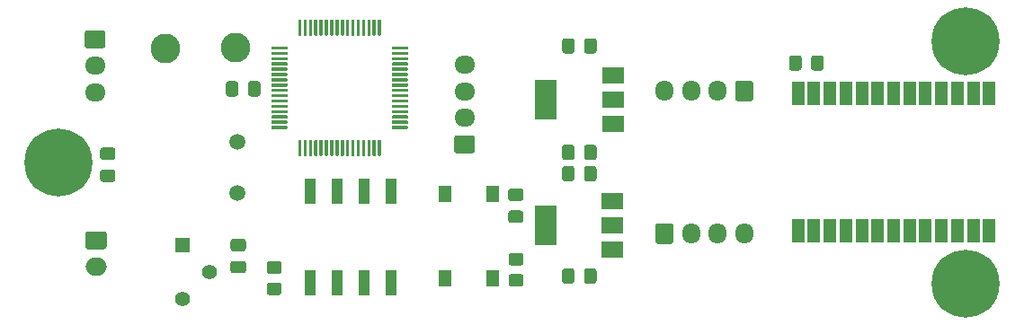
<source format=gbr>
G04 #@! TF.GenerationSoftware,KiCad,Pcbnew,5.1.9*
G04 #@! TF.CreationDate,2021-01-29T13:56:36+08:00*
G04 #@! TF.ProjectId,LaserSwitch-Slave,4c617365-7253-4776-9974-63682d536c61,rev?*
G04 #@! TF.SameCoordinates,Original*
G04 #@! TF.FileFunction,Soldermask,Top*
G04 #@! TF.FilePolarity,Negative*
%FSLAX46Y46*%
G04 Gerber Fmt 4.6, Leading zero omitted, Abs format (unit mm)*
G04 Created by KiCad (PCBNEW 5.1.9) date 2021-01-29 13:56:36*
%MOMM*%
%LPD*%
G01*
G04 APERTURE LIST*
%ADD10C,2.800000*%
%ADD11C,6.400000*%
%ADD12C,1.500000*%
%ADD13R,1.200000X2.200000*%
%ADD14R,2.000000X1.500000*%
%ADD15R,2.000000X3.800000*%
%ADD16R,1.120000X2.440000*%
%ADD17R,1.300000X1.550000*%
%ADD18C,1.400000*%
%ADD19R,1.400000X1.400000*%
%ADD20O,1.700000X1.950000*%
%ADD21O,1.950000X1.700000*%
%ADD22O,2.000000X1.700000*%
G04 APERTURE END LIST*
G04 #@! TO.C,C17*
G36*
G01*
X116070400Y-99774500D02*
X115120400Y-99774500D01*
G75*
G02*
X114870400Y-99524500I0J250000D01*
G01*
X114870400Y-98849500D01*
G75*
G02*
X115120400Y-98599500I250000J0D01*
G01*
X116070400Y-98599500D01*
G75*
G02*
X116320400Y-98849500I0J-250000D01*
G01*
X116320400Y-99524500D01*
G75*
G02*
X116070400Y-99774500I-250000J0D01*
G01*
G37*
G36*
G01*
X116070400Y-101849500D02*
X115120400Y-101849500D01*
G75*
G02*
X114870400Y-101599500I0J250000D01*
G01*
X114870400Y-100924500D01*
G75*
G02*
X115120400Y-100674500I250000J0D01*
G01*
X116070400Y-100674500D01*
G75*
G02*
X116320400Y-100924500I0J-250000D01*
G01*
X116320400Y-101599500D01*
G75*
G02*
X116070400Y-101849500I-250000J0D01*
G01*
G37*
G04 #@! TD*
D10*
G04 #@! TO.C,TP2*
X121056400Y-89255600D03*
G04 #@! TD*
G04 #@! TO.C,TP1*
X127635000Y-89179400D03*
G04 #@! TD*
G04 #@! TO.C,R5*
G36*
G01*
X130817199Y-111321800D02*
X131717201Y-111321800D01*
G75*
G02*
X131967200Y-111571799I0J-249999D01*
G01*
X131967200Y-112271801D01*
G75*
G02*
X131717201Y-112521800I-249999J0D01*
G01*
X130817199Y-112521800D01*
G75*
G02*
X130567200Y-112271801I0J249999D01*
G01*
X130567200Y-111571799D01*
G75*
G02*
X130817199Y-111321800I249999J0D01*
G01*
G37*
G36*
G01*
X130817199Y-109321800D02*
X131717201Y-109321800D01*
G75*
G02*
X131967200Y-109571799I0J-249999D01*
G01*
X131967200Y-110271801D01*
G75*
G02*
X131717201Y-110521800I-249999J0D01*
G01*
X130817199Y-110521800D01*
G75*
G02*
X130567200Y-110271801I0J249999D01*
G01*
X130567200Y-109571799D01*
G75*
G02*
X130817199Y-109321800I249999J0D01*
G01*
G37*
G04 #@! TD*
D11*
G04 #@! TO.C,H3*
X196418200Y-111404400D03*
G04 #@! TD*
G04 #@! TO.C,H2*
X196418200Y-88569800D03*
G04 #@! TD*
G04 #@! TO.C,H1*
X110947200Y-100000000D03*
G04 #@! TD*
D12*
G04 #@! TO.C,Y1*
X127838200Y-102924000D03*
X127838200Y-98044000D03*
G04 #@! TD*
G04 #@! TO.C,U6*
G36*
G01*
X132464400Y-96864000D02*
X131064400Y-96864000D01*
G75*
G02*
X130989400Y-96789000I0J75000D01*
G01*
X130989400Y-96639000D01*
G75*
G02*
X131064400Y-96564000I75000J0D01*
G01*
X132464400Y-96564000D01*
G75*
G02*
X132539400Y-96639000I0J-75000D01*
G01*
X132539400Y-96789000D01*
G75*
G02*
X132464400Y-96864000I-75000J0D01*
G01*
G37*
G36*
G01*
X132464400Y-96364000D02*
X131064400Y-96364000D01*
G75*
G02*
X130989400Y-96289000I0J75000D01*
G01*
X130989400Y-96139000D01*
G75*
G02*
X131064400Y-96064000I75000J0D01*
G01*
X132464400Y-96064000D01*
G75*
G02*
X132539400Y-96139000I0J-75000D01*
G01*
X132539400Y-96289000D01*
G75*
G02*
X132464400Y-96364000I-75000J0D01*
G01*
G37*
G36*
G01*
X132464400Y-95864000D02*
X131064400Y-95864000D01*
G75*
G02*
X130989400Y-95789000I0J75000D01*
G01*
X130989400Y-95639000D01*
G75*
G02*
X131064400Y-95564000I75000J0D01*
G01*
X132464400Y-95564000D01*
G75*
G02*
X132539400Y-95639000I0J-75000D01*
G01*
X132539400Y-95789000D01*
G75*
G02*
X132464400Y-95864000I-75000J0D01*
G01*
G37*
G36*
G01*
X132464400Y-95364000D02*
X131064400Y-95364000D01*
G75*
G02*
X130989400Y-95289000I0J75000D01*
G01*
X130989400Y-95139000D01*
G75*
G02*
X131064400Y-95064000I75000J0D01*
G01*
X132464400Y-95064000D01*
G75*
G02*
X132539400Y-95139000I0J-75000D01*
G01*
X132539400Y-95289000D01*
G75*
G02*
X132464400Y-95364000I-75000J0D01*
G01*
G37*
G36*
G01*
X132464400Y-94864000D02*
X131064400Y-94864000D01*
G75*
G02*
X130989400Y-94789000I0J75000D01*
G01*
X130989400Y-94639000D01*
G75*
G02*
X131064400Y-94564000I75000J0D01*
G01*
X132464400Y-94564000D01*
G75*
G02*
X132539400Y-94639000I0J-75000D01*
G01*
X132539400Y-94789000D01*
G75*
G02*
X132464400Y-94864000I-75000J0D01*
G01*
G37*
G36*
G01*
X132464400Y-94364000D02*
X131064400Y-94364000D01*
G75*
G02*
X130989400Y-94289000I0J75000D01*
G01*
X130989400Y-94139000D01*
G75*
G02*
X131064400Y-94064000I75000J0D01*
G01*
X132464400Y-94064000D01*
G75*
G02*
X132539400Y-94139000I0J-75000D01*
G01*
X132539400Y-94289000D01*
G75*
G02*
X132464400Y-94364000I-75000J0D01*
G01*
G37*
G36*
G01*
X132464400Y-93864000D02*
X131064400Y-93864000D01*
G75*
G02*
X130989400Y-93789000I0J75000D01*
G01*
X130989400Y-93639000D01*
G75*
G02*
X131064400Y-93564000I75000J0D01*
G01*
X132464400Y-93564000D01*
G75*
G02*
X132539400Y-93639000I0J-75000D01*
G01*
X132539400Y-93789000D01*
G75*
G02*
X132464400Y-93864000I-75000J0D01*
G01*
G37*
G36*
G01*
X132464400Y-93364000D02*
X131064400Y-93364000D01*
G75*
G02*
X130989400Y-93289000I0J75000D01*
G01*
X130989400Y-93139000D01*
G75*
G02*
X131064400Y-93064000I75000J0D01*
G01*
X132464400Y-93064000D01*
G75*
G02*
X132539400Y-93139000I0J-75000D01*
G01*
X132539400Y-93289000D01*
G75*
G02*
X132464400Y-93364000I-75000J0D01*
G01*
G37*
G36*
G01*
X132464400Y-92864000D02*
X131064400Y-92864000D01*
G75*
G02*
X130989400Y-92789000I0J75000D01*
G01*
X130989400Y-92639000D01*
G75*
G02*
X131064400Y-92564000I75000J0D01*
G01*
X132464400Y-92564000D01*
G75*
G02*
X132539400Y-92639000I0J-75000D01*
G01*
X132539400Y-92789000D01*
G75*
G02*
X132464400Y-92864000I-75000J0D01*
G01*
G37*
G36*
G01*
X132464400Y-92364000D02*
X131064400Y-92364000D01*
G75*
G02*
X130989400Y-92289000I0J75000D01*
G01*
X130989400Y-92139000D01*
G75*
G02*
X131064400Y-92064000I75000J0D01*
G01*
X132464400Y-92064000D01*
G75*
G02*
X132539400Y-92139000I0J-75000D01*
G01*
X132539400Y-92289000D01*
G75*
G02*
X132464400Y-92364000I-75000J0D01*
G01*
G37*
G36*
G01*
X132464400Y-91864000D02*
X131064400Y-91864000D01*
G75*
G02*
X130989400Y-91789000I0J75000D01*
G01*
X130989400Y-91639000D01*
G75*
G02*
X131064400Y-91564000I75000J0D01*
G01*
X132464400Y-91564000D01*
G75*
G02*
X132539400Y-91639000I0J-75000D01*
G01*
X132539400Y-91789000D01*
G75*
G02*
X132464400Y-91864000I-75000J0D01*
G01*
G37*
G36*
G01*
X132464400Y-91364000D02*
X131064400Y-91364000D01*
G75*
G02*
X130989400Y-91289000I0J75000D01*
G01*
X130989400Y-91139000D01*
G75*
G02*
X131064400Y-91064000I75000J0D01*
G01*
X132464400Y-91064000D01*
G75*
G02*
X132539400Y-91139000I0J-75000D01*
G01*
X132539400Y-91289000D01*
G75*
G02*
X132464400Y-91364000I-75000J0D01*
G01*
G37*
G36*
G01*
X132464400Y-90864000D02*
X131064400Y-90864000D01*
G75*
G02*
X130989400Y-90789000I0J75000D01*
G01*
X130989400Y-90639000D01*
G75*
G02*
X131064400Y-90564000I75000J0D01*
G01*
X132464400Y-90564000D01*
G75*
G02*
X132539400Y-90639000I0J-75000D01*
G01*
X132539400Y-90789000D01*
G75*
G02*
X132464400Y-90864000I-75000J0D01*
G01*
G37*
G36*
G01*
X132464400Y-90364000D02*
X131064400Y-90364000D01*
G75*
G02*
X130989400Y-90289000I0J75000D01*
G01*
X130989400Y-90139000D01*
G75*
G02*
X131064400Y-90064000I75000J0D01*
G01*
X132464400Y-90064000D01*
G75*
G02*
X132539400Y-90139000I0J-75000D01*
G01*
X132539400Y-90289000D01*
G75*
G02*
X132464400Y-90364000I-75000J0D01*
G01*
G37*
G36*
G01*
X132464400Y-89864000D02*
X131064400Y-89864000D01*
G75*
G02*
X130989400Y-89789000I0J75000D01*
G01*
X130989400Y-89639000D01*
G75*
G02*
X131064400Y-89564000I75000J0D01*
G01*
X132464400Y-89564000D01*
G75*
G02*
X132539400Y-89639000I0J-75000D01*
G01*
X132539400Y-89789000D01*
G75*
G02*
X132464400Y-89864000I-75000J0D01*
G01*
G37*
G36*
G01*
X132464400Y-89364000D02*
X131064400Y-89364000D01*
G75*
G02*
X130989400Y-89289000I0J75000D01*
G01*
X130989400Y-89139000D01*
G75*
G02*
X131064400Y-89064000I75000J0D01*
G01*
X132464400Y-89064000D01*
G75*
G02*
X132539400Y-89139000I0J-75000D01*
G01*
X132539400Y-89289000D01*
G75*
G02*
X132464400Y-89364000I-75000J0D01*
G01*
G37*
G36*
G01*
X133764400Y-88064000D02*
X133614400Y-88064000D01*
G75*
G02*
X133539400Y-87989000I0J75000D01*
G01*
X133539400Y-86589000D01*
G75*
G02*
X133614400Y-86514000I75000J0D01*
G01*
X133764400Y-86514000D01*
G75*
G02*
X133839400Y-86589000I0J-75000D01*
G01*
X133839400Y-87989000D01*
G75*
G02*
X133764400Y-88064000I-75000J0D01*
G01*
G37*
G36*
G01*
X134264400Y-88064000D02*
X134114400Y-88064000D01*
G75*
G02*
X134039400Y-87989000I0J75000D01*
G01*
X134039400Y-86589000D01*
G75*
G02*
X134114400Y-86514000I75000J0D01*
G01*
X134264400Y-86514000D01*
G75*
G02*
X134339400Y-86589000I0J-75000D01*
G01*
X134339400Y-87989000D01*
G75*
G02*
X134264400Y-88064000I-75000J0D01*
G01*
G37*
G36*
G01*
X134764400Y-88064000D02*
X134614400Y-88064000D01*
G75*
G02*
X134539400Y-87989000I0J75000D01*
G01*
X134539400Y-86589000D01*
G75*
G02*
X134614400Y-86514000I75000J0D01*
G01*
X134764400Y-86514000D01*
G75*
G02*
X134839400Y-86589000I0J-75000D01*
G01*
X134839400Y-87989000D01*
G75*
G02*
X134764400Y-88064000I-75000J0D01*
G01*
G37*
G36*
G01*
X135264400Y-88064000D02*
X135114400Y-88064000D01*
G75*
G02*
X135039400Y-87989000I0J75000D01*
G01*
X135039400Y-86589000D01*
G75*
G02*
X135114400Y-86514000I75000J0D01*
G01*
X135264400Y-86514000D01*
G75*
G02*
X135339400Y-86589000I0J-75000D01*
G01*
X135339400Y-87989000D01*
G75*
G02*
X135264400Y-88064000I-75000J0D01*
G01*
G37*
G36*
G01*
X135764400Y-88064000D02*
X135614400Y-88064000D01*
G75*
G02*
X135539400Y-87989000I0J75000D01*
G01*
X135539400Y-86589000D01*
G75*
G02*
X135614400Y-86514000I75000J0D01*
G01*
X135764400Y-86514000D01*
G75*
G02*
X135839400Y-86589000I0J-75000D01*
G01*
X135839400Y-87989000D01*
G75*
G02*
X135764400Y-88064000I-75000J0D01*
G01*
G37*
G36*
G01*
X136264400Y-88064000D02*
X136114400Y-88064000D01*
G75*
G02*
X136039400Y-87989000I0J75000D01*
G01*
X136039400Y-86589000D01*
G75*
G02*
X136114400Y-86514000I75000J0D01*
G01*
X136264400Y-86514000D01*
G75*
G02*
X136339400Y-86589000I0J-75000D01*
G01*
X136339400Y-87989000D01*
G75*
G02*
X136264400Y-88064000I-75000J0D01*
G01*
G37*
G36*
G01*
X136764400Y-88064000D02*
X136614400Y-88064000D01*
G75*
G02*
X136539400Y-87989000I0J75000D01*
G01*
X136539400Y-86589000D01*
G75*
G02*
X136614400Y-86514000I75000J0D01*
G01*
X136764400Y-86514000D01*
G75*
G02*
X136839400Y-86589000I0J-75000D01*
G01*
X136839400Y-87989000D01*
G75*
G02*
X136764400Y-88064000I-75000J0D01*
G01*
G37*
G36*
G01*
X137264400Y-88064000D02*
X137114400Y-88064000D01*
G75*
G02*
X137039400Y-87989000I0J75000D01*
G01*
X137039400Y-86589000D01*
G75*
G02*
X137114400Y-86514000I75000J0D01*
G01*
X137264400Y-86514000D01*
G75*
G02*
X137339400Y-86589000I0J-75000D01*
G01*
X137339400Y-87989000D01*
G75*
G02*
X137264400Y-88064000I-75000J0D01*
G01*
G37*
G36*
G01*
X137764400Y-88064000D02*
X137614400Y-88064000D01*
G75*
G02*
X137539400Y-87989000I0J75000D01*
G01*
X137539400Y-86589000D01*
G75*
G02*
X137614400Y-86514000I75000J0D01*
G01*
X137764400Y-86514000D01*
G75*
G02*
X137839400Y-86589000I0J-75000D01*
G01*
X137839400Y-87989000D01*
G75*
G02*
X137764400Y-88064000I-75000J0D01*
G01*
G37*
G36*
G01*
X138264400Y-88064000D02*
X138114400Y-88064000D01*
G75*
G02*
X138039400Y-87989000I0J75000D01*
G01*
X138039400Y-86589000D01*
G75*
G02*
X138114400Y-86514000I75000J0D01*
G01*
X138264400Y-86514000D01*
G75*
G02*
X138339400Y-86589000I0J-75000D01*
G01*
X138339400Y-87989000D01*
G75*
G02*
X138264400Y-88064000I-75000J0D01*
G01*
G37*
G36*
G01*
X138764400Y-88064000D02*
X138614400Y-88064000D01*
G75*
G02*
X138539400Y-87989000I0J75000D01*
G01*
X138539400Y-86589000D01*
G75*
G02*
X138614400Y-86514000I75000J0D01*
G01*
X138764400Y-86514000D01*
G75*
G02*
X138839400Y-86589000I0J-75000D01*
G01*
X138839400Y-87989000D01*
G75*
G02*
X138764400Y-88064000I-75000J0D01*
G01*
G37*
G36*
G01*
X139264400Y-88064000D02*
X139114400Y-88064000D01*
G75*
G02*
X139039400Y-87989000I0J75000D01*
G01*
X139039400Y-86589000D01*
G75*
G02*
X139114400Y-86514000I75000J0D01*
G01*
X139264400Y-86514000D01*
G75*
G02*
X139339400Y-86589000I0J-75000D01*
G01*
X139339400Y-87989000D01*
G75*
G02*
X139264400Y-88064000I-75000J0D01*
G01*
G37*
G36*
G01*
X139764400Y-88064000D02*
X139614400Y-88064000D01*
G75*
G02*
X139539400Y-87989000I0J75000D01*
G01*
X139539400Y-86589000D01*
G75*
G02*
X139614400Y-86514000I75000J0D01*
G01*
X139764400Y-86514000D01*
G75*
G02*
X139839400Y-86589000I0J-75000D01*
G01*
X139839400Y-87989000D01*
G75*
G02*
X139764400Y-88064000I-75000J0D01*
G01*
G37*
G36*
G01*
X140264400Y-88064000D02*
X140114400Y-88064000D01*
G75*
G02*
X140039400Y-87989000I0J75000D01*
G01*
X140039400Y-86589000D01*
G75*
G02*
X140114400Y-86514000I75000J0D01*
G01*
X140264400Y-86514000D01*
G75*
G02*
X140339400Y-86589000I0J-75000D01*
G01*
X140339400Y-87989000D01*
G75*
G02*
X140264400Y-88064000I-75000J0D01*
G01*
G37*
G36*
G01*
X140764400Y-88064000D02*
X140614400Y-88064000D01*
G75*
G02*
X140539400Y-87989000I0J75000D01*
G01*
X140539400Y-86589000D01*
G75*
G02*
X140614400Y-86514000I75000J0D01*
G01*
X140764400Y-86514000D01*
G75*
G02*
X140839400Y-86589000I0J-75000D01*
G01*
X140839400Y-87989000D01*
G75*
G02*
X140764400Y-88064000I-75000J0D01*
G01*
G37*
G36*
G01*
X141264400Y-88064000D02*
X141114400Y-88064000D01*
G75*
G02*
X141039400Y-87989000I0J75000D01*
G01*
X141039400Y-86589000D01*
G75*
G02*
X141114400Y-86514000I75000J0D01*
G01*
X141264400Y-86514000D01*
G75*
G02*
X141339400Y-86589000I0J-75000D01*
G01*
X141339400Y-87989000D01*
G75*
G02*
X141264400Y-88064000I-75000J0D01*
G01*
G37*
G36*
G01*
X143814400Y-89364000D02*
X142414400Y-89364000D01*
G75*
G02*
X142339400Y-89289000I0J75000D01*
G01*
X142339400Y-89139000D01*
G75*
G02*
X142414400Y-89064000I75000J0D01*
G01*
X143814400Y-89064000D01*
G75*
G02*
X143889400Y-89139000I0J-75000D01*
G01*
X143889400Y-89289000D01*
G75*
G02*
X143814400Y-89364000I-75000J0D01*
G01*
G37*
G36*
G01*
X143814400Y-89864000D02*
X142414400Y-89864000D01*
G75*
G02*
X142339400Y-89789000I0J75000D01*
G01*
X142339400Y-89639000D01*
G75*
G02*
X142414400Y-89564000I75000J0D01*
G01*
X143814400Y-89564000D01*
G75*
G02*
X143889400Y-89639000I0J-75000D01*
G01*
X143889400Y-89789000D01*
G75*
G02*
X143814400Y-89864000I-75000J0D01*
G01*
G37*
G36*
G01*
X143814400Y-90364000D02*
X142414400Y-90364000D01*
G75*
G02*
X142339400Y-90289000I0J75000D01*
G01*
X142339400Y-90139000D01*
G75*
G02*
X142414400Y-90064000I75000J0D01*
G01*
X143814400Y-90064000D01*
G75*
G02*
X143889400Y-90139000I0J-75000D01*
G01*
X143889400Y-90289000D01*
G75*
G02*
X143814400Y-90364000I-75000J0D01*
G01*
G37*
G36*
G01*
X143814400Y-90864000D02*
X142414400Y-90864000D01*
G75*
G02*
X142339400Y-90789000I0J75000D01*
G01*
X142339400Y-90639000D01*
G75*
G02*
X142414400Y-90564000I75000J0D01*
G01*
X143814400Y-90564000D01*
G75*
G02*
X143889400Y-90639000I0J-75000D01*
G01*
X143889400Y-90789000D01*
G75*
G02*
X143814400Y-90864000I-75000J0D01*
G01*
G37*
G36*
G01*
X143814400Y-91364000D02*
X142414400Y-91364000D01*
G75*
G02*
X142339400Y-91289000I0J75000D01*
G01*
X142339400Y-91139000D01*
G75*
G02*
X142414400Y-91064000I75000J0D01*
G01*
X143814400Y-91064000D01*
G75*
G02*
X143889400Y-91139000I0J-75000D01*
G01*
X143889400Y-91289000D01*
G75*
G02*
X143814400Y-91364000I-75000J0D01*
G01*
G37*
G36*
G01*
X143814400Y-91864000D02*
X142414400Y-91864000D01*
G75*
G02*
X142339400Y-91789000I0J75000D01*
G01*
X142339400Y-91639000D01*
G75*
G02*
X142414400Y-91564000I75000J0D01*
G01*
X143814400Y-91564000D01*
G75*
G02*
X143889400Y-91639000I0J-75000D01*
G01*
X143889400Y-91789000D01*
G75*
G02*
X143814400Y-91864000I-75000J0D01*
G01*
G37*
G36*
G01*
X143814400Y-92364000D02*
X142414400Y-92364000D01*
G75*
G02*
X142339400Y-92289000I0J75000D01*
G01*
X142339400Y-92139000D01*
G75*
G02*
X142414400Y-92064000I75000J0D01*
G01*
X143814400Y-92064000D01*
G75*
G02*
X143889400Y-92139000I0J-75000D01*
G01*
X143889400Y-92289000D01*
G75*
G02*
X143814400Y-92364000I-75000J0D01*
G01*
G37*
G36*
G01*
X143814400Y-92864000D02*
X142414400Y-92864000D01*
G75*
G02*
X142339400Y-92789000I0J75000D01*
G01*
X142339400Y-92639000D01*
G75*
G02*
X142414400Y-92564000I75000J0D01*
G01*
X143814400Y-92564000D01*
G75*
G02*
X143889400Y-92639000I0J-75000D01*
G01*
X143889400Y-92789000D01*
G75*
G02*
X143814400Y-92864000I-75000J0D01*
G01*
G37*
G36*
G01*
X143814400Y-93364000D02*
X142414400Y-93364000D01*
G75*
G02*
X142339400Y-93289000I0J75000D01*
G01*
X142339400Y-93139000D01*
G75*
G02*
X142414400Y-93064000I75000J0D01*
G01*
X143814400Y-93064000D01*
G75*
G02*
X143889400Y-93139000I0J-75000D01*
G01*
X143889400Y-93289000D01*
G75*
G02*
X143814400Y-93364000I-75000J0D01*
G01*
G37*
G36*
G01*
X143814400Y-93864000D02*
X142414400Y-93864000D01*
G75*
G02*
X142339400Y-93789000I0J75000D01*
G01*
X142339400Y-93639000D01*
G75*
G02*
X142414400Y-93564000I75000J0D01*
G01*
X143814400Y-93564000D01*
G75*
G02*
X143889400Y-93639000I0J-75000D01*
G01*
X143889400Y-93789000D01*
G75*
G02*
X143814400Y-93864000I-75000J0D01*
G01*
G37*
G36*
G01*
X143814400Y-94364000D02*
X142414400Y-94364000D01*
G75*
G02*
X142339400Y-94289000I0J75000D01*
G01*
X142339400Y-94139000D01*
G75*
G02*
X142414400Y-94064000I75000J0D01*
G01*
X143814400Y-94064000D01*
G75*
G02*
X143889400Y-94139000I0J-75000D01*
G01*
X143889400Y-94289000D01*
G75*
G02*
X143814400Y-94364000I-75000J0D01*
G01*
G37*
G36*
G01*
X143814400Y-94864000D02*
X142414400Y-94864000D01*
G75*
G02*
X142339400Y-94789000I0J75000D01*
G01*
X142339400Y-94639000D01*
G75*
G02*
X142414400Y-94564000I75000J0D01*
G01*
X143814400Y-94564000D01*
G75*
G02*
X143889400Y-94639000I0J-75000D01*
G01*
X143889400Y-94789000D01*
G75*
G02*
X143814400Y-94864000I-75000J0D01*
G01*
G37*
G36*
G01*
X143814400Y-95364000D02*
X142414400Y-95364000D01*
G75*
G02*
X142339400Y-95289000I0J75000D01*
G01*
X142339400Y-95139000D01*
G75*
G02*
X142414400Y-95064000I75000J0D01*
G01*
X143814400Y-95064000D01*
G75*
G02*
X143889400Y-95139000I0J-75000D01*
G01*
X143889400Y-95289000D01*
G75*
G02*
X143814400Y-95364000I-75000J0D01*
G01*
G37*
G36*
G01*
X143814400Y-95864000D02*
X142414400Y-95864000D01*
G75*
G02*
X142339400Y-95789000I0J75000D01*
G01*
X142339400Y-95639000D01*
G75*
G02*
X142414400Y-95564000I75000J0D01*
G01*
X143814400Y-95564000D01*
G75*
G02*
X143889400Y-95639000I0J-75000D01*
G01*
X143889400Y-95789000D01*
G75*
G02*
X143814400Y-95864000I-75000J0D01*
G01*
G37*
G36*
G01*
X143814400Y-96364000D02*
X142414400Y-96364000D01*
G75*
G02*
X142339400Y-96289000I0J75000D01*
G01*
X142339400Y-96139000D01*
G75*
G02*
X142414400Y-96064000I75000J0D01*
G01*
X143814400Y-96064000D01*
G75*
G02*
X143889400Y-96139000I0J-75000D01*
G01*
X143889400Y-96289000D01*
G75*
G02*
X143814400Y-96364000I-75000J0D01*
G01*
G37*
G36*
G01*
X143814400Y-96864000D02*
X142414400Y-96864000D01*
G75*
G02*
X142339400Y-96789000I0J75000D01*
G01*
X142339400Y-96639000D01*
G75*
G02*
X142414400Y-96564000I75000J0D01*
G01*
X143814400Y-96564000D01*
G75*
G02*
X143889400Y-96639000I0J-75000D01*
G01*
X143889400Y-96789000D01*
G75*
G02*
X143814400Y-96864000I-75000J0D01*
G01*
G37*
G36*
G01*
X141264400Y-99414000D02*
X141114400Y-99414000D01*
G75*
G02*
X141039400Y-99339000I0J75000D01*
G01*
X141039400Y-97939000D01*
G75*
G02*
X141114400Y-97864000I75000J0D01*
G01*
X141264400Y-97864000D01*
G75*
G02*
X141339400Y-97939000I0J-75000D01*
G01*
X141339400Y-99339000D01*
G75*
G02*
X141264400Y-99414000I-75000J0D01*
G01*
G37*
G36*
G01*
X140764400Y-99414000D02*
X140614400Y-99414000D01*
G75*
G02*
X140539400Y-99339000I0J75000D01*
G01*
X140539400Y-97939000D01*
G75*
G02*
X140614400Y-97864000I75000J0D01*
G01*
X140764400Y-97864000D01*
G75*
G02*
X140839400Y-97939000I0J-75000D01*
G01*
X140839400Y-99339000D01*
G75*
G02*
X140764400Y-99414000I-75000J0D01*
G01*
G37*
G36*
G01*
X140264400Y-99414000D02*
X140114400Y-99414000D01*
G75*
G02*
X140039400Y-99339000I0J75000D01*
G01*
X140039400Y-97939000D01*
G75*
G02*
X140114400Y-97864000I75000J0D01*
G01*
X140264400Y-97864000D01*
G75*
G02*
X140339400Y-97939000I0J-75000D01*
G01*
X140339400Y-99339000D01*
G75*
G02*
X140264400Y-99414000I-75000J0D01*
G01*
G37*
G36*
G01*
X139764400Y-99414000D02*
X139614400Y-99414000D01*
G75*
G02*
X139539400Y-99339000I0J75000D01*
G01*
X139539400Y-97939000D01*
G75*
G02*
X139614400Y-97864000I75000J0D01*
G01*
X139764400Y-97864000D01*
G75*
G02*
X139839400Y-97939000I0J-75000D01*
G01*
X139839400Y-99339000D01*
G75*
G02*
X139764400Y-99414000I-75000J0D01*
G01*
G37*
G36*
G01*
X139264400Y-99414000D02*
X139114400Y-99414000D01*
G75*
G02*
X139039400Y-99339000I0J75000D01*
G01*
X139039400Y-97939000D01*
G75*
G02*
X139114400Y-97864000I75000J0D01*
G01*
X139264400Y-97864000D01*
G75*
G02*
X139339400Y-97939000I0J-75000D01*
G01*
X139339400Y-99339000D01*
G75*
G02*
X139264400Y-99414000I-75000J0D01*
G01*
G37*
G36*
G01*
X138764400Y-99414000D02*
X138614400Y-99414000D01*
G75*
G02*
X138539400Y-99339000I0J75000D01*
G01*
X138539400Y-97939000D01*
G75*
G02*
X138614400Y-97864000I75000J0D01*
G01*
X138764400Y-97864000D01*
G75*
G02*
X138839400Y-97939000I0J-75000D01*
G01*
X138839400Y-99339000D01*
G75*
G02*
X138764400Y-99414000I-75000J0D01*
G01*
G37*
G36*
G01*
X138264400Y-99414000D02*
X138114400Y-99414000D01*
G75*
G02*
X138039400Y-99339000I0J75000D01*
G01*
X138039400Y-97939000D01*
G75*
G02*
X138114400Y-97864000I75000J0D01*
G01*
X138264400Y-97864000D01*
G75*
G02*
X138339400Y-97939000I0J-75000D01*
G01*
X138339400Y-99339000D01*
G75*
G02*
X138264400Y-99414000I-75000J0D01*
G01*
G37*
G36*
G01*
X137764400Y-99414000D02*
X137614400Y-99414000D01*
G75*
G02*
X137539400Y-99339000I0J75000D01*
G01*
X137539400Y-97939000D01*
G75*
G02*
X137614400Y-97864000I75000J0D01*
G01*
X137764400Y-97864000D01*
G75*
G02*
X137839400Y-97939000I0J-75000D01*
G01*
X137839400Y-99339000D01*
G75*
G02*
X137764400Y-99414000I-75000J0D01*
G01*
G37*
G36*
G01*
X137264400Y-99414000D02*
X137114400Y-99414000D01*
G75*
G02*
X137039400Y-99339000I0J75000D01*
G01*
X137039400Y-97939000D01*
G75*
G02*
X137114400Y-97864000I75000J0D01*
G01*
X137264400Y-97864000D01*
G75*
G02*
X137339400Y-97939000I0J-75000D01*
G01*
X137339400Y-99339000D01*
G75*
G02*
X137264400Y-99414000I-75000J0D01*
G01*
G37*
G36*
G01*
X136764400Y-99414000D02*
X136614400Y-99414000D01*
G75*
G02*
X136539400Y-99339000I0J75000D01*
G01*
X136539400Y-97939000D01*
G75*
G02*
X136614400Y-97864000I75000J0D01*
G01*
X136764400Y-97864000D01*
G75*
G02*
X136839400Y-97939000I0J-75000D01*
G01*
X136839400Y-99339000D01*
G75*
G02*
X136764400Y-99414000I-75000J0D01*
G01*
G37*
G36*
G01*
X136264400Y-99414000D02*
X136114400Y-99414000D01*
G75*
G02*
X136039400Y-99339000I0J75000D01*
G01*
X136039400Y-97939000D01*
G75*
G02*
X136114400Y-97864000I75000J0D01*
G01*
X136264400Y-97864000D01*
G75*
G02*
X136339400Y-97939000I0J-75000D01*
G01*
X136339400Y-99339000D01*
G75*
G02*
X136264400Y-99414000I-75000J0D01*
G01*
G37*
G36*
G01*
X135764400Y-99414000D02*
X135614400Y-99414000D01*
G75*
G02*
X135539400Y-99339000I0J75000D01*
G01*
X135539400Y-97939000D01*
G75*
G02*
X135614400Y-97864000I75000J0D01*
G01*
X135764400Y-97864000D01*
G75*
G02*
X135839400Y-97939000I0J-75000D01*
G01*
X135839400Y-99339000D01*
G75*
G02*
X135764400Y-99414000I-75000J0D01*
G01*
G37*
G36*
G01*
X135264400Y-99414000D02*
X135114400Y-99414000D01*
G75*
G02*
X135039400Y-99339000I0J75000D01*
G01*
X135039400Y-97939000D01*
G75*
G02*
X135114400Y-97864000I75000J0D01*
G01*
X135264400Y-97864000D01*
G75*
G02*
X135339400Y-97939000I0J-75000D01*
G01*
X135339400Y-99339000D01*
G75*
G02*
X135264400Y-99414000I-75000J0D01*
G01*
G37*
G36*
G01*
X134764400Y-99414000D02*
X134614400Y-99414000D01*
G75*
G02*
X134539400Y-99339000I0J75000D01*
G01*
X134539400Y-97939000D01*
G75*
G02*
X134614400Y-97864000I75000J0D01*
G01*
X134764400Y-97864000D01*
G75*
G02*
X134839400Y-97939000I0J-75000D01*
G01*
X134839400Y-99339000D01*
G75*
G02*
X134764400Y-99414000I-75000J0D01*
G01*
G37*
G36*
G01*
X134264400Y-99414000D02*
X134114400Y-99414000D01*
G75*
G02*
X134039400Y-99339000I0J75000D01*
G01*
X134039400Y-97939000D01*
G75*
G02*
X134114400Y-97864000I75000J0D01*
G01*
X134264400Y-97864000D01*
G75*
G02*
X134339400Y-97939000I0J-75000D01*
G01*
X134339400Y-99339000D01*
G75*
G02*
X134264400Y-99414000I-75000J0D01*
G01*
G37*
G36*
G01*
X133764400Y-99414000D02*
X133614400Y-99414000D01*
G75*
G02*
X133539400Y-99339000I0J75000D01*
G01*
X133539400Y-97939000D01*
G75*
G02*
X133614400Y-97864000I75000J0D01*
G01*
X133764400Y-97864000D01*
G75*
G02*
X133839400Y-97939000I0J-75000D01*
G01*
X133839400Y-99339000D01*
G75*
G02*
X133764400Y-99414000I-75000J0D01*
G01*
G37*
G04 #@! TD*
D13*
G04 #@! TO.C,U5*
X180611000Y-93461700D03*
X180611000Y-106461700D03*
X182111000Y-93461700D03*
X182111000Y-106461700D03*
X183611000Y-93461700D03*
X183611000Y-106461700D03*
X185111000Y-93461700D03*
X185111000Y-106461700D03*
X186611000Y-93461700D03*
X186611000Y-106461700D03*
X188111000Y-93461700D03*
X188111000Y-106461700D03*
X189611000Y-93461700D03*
X189611000Y-106461700D03*
X191111000Y-93461700D03*
X191111000Y-106461700D03*
X192611000Y-93461700D03*
X192611000Y-106461700D03*
X194111000Y-93461700D03*
X194111000Y-106461700D03*
X195611000Y-93461700D03*
X195611000Y-106461700D03*
X197111000Y-93461700D03*
X197111000Y-106461700D03*
X198611000Y-93461700D03*
X198611000Y-106461700D03*
G04 #@! TD*
D14*
G04 #@! TO.C,U3*
X163106500Y-108218000D03*
X163106500Y-103618000D03*
X163106500Y-105918000D03*
D15*
X156806500Y-105918000D03*
G04 #@! TD*
D14*
G04 #@! TO.C,U1*
X163157300Y-96368900D03*
X163157300Y-91768900D03*
X163157300Y-94068900D03*
D15*
X156857300Y-94068900D03*
G04 #@! TD*
D16*
G04 #@! TO.C,SW2*
X134696200Y-102730600D03*
X142316200Y-111340600D03*
X137236200Y-102730600D03*
X139776200Y-111340600D03*
X139776200Y-102730600D03*
X137236200Y-111340600D03*
X142316200Y-102730600D03*
X134696200Y-111340600D03*
G04 #@! TD*
D17*
G04 #@! TO.C,SW1*
X151856000Y-102979400D03*
X147356000Y-102979400D03*
X147356000Y-110939400D03*
X151856000Y-110939400D03*
G04 #@! TD*
D18*
G04 #@! TO.C,RV1*
X125196600Y-110312200D03*
X122656600Y-112852200D03*
D19*
X122656600Y-107772200D03*
G04 #@! TD*
G04 #@! TO.C,R2*
G36*
G01*
X154501001Y-109734400D02*
X153600999Y-109734400D01*
G75*
G02*
X153351000Y-109484401I0J249999D01*
G01*
X153351000Y-108784399D01*
G75*
G02*
X153600999Y-108534400I249999J0D01*
G01*
X154501001Y-108534400D01*
G75*
G02*
X154751000Y-108784399I0J-249999D01*
G01*
X154751000Y-109484401D01*
G75*
G02*
X154501001Y-109734400I-249999J0D01*
G01*
G37*
G36*
G01*
X154501001Y-111734400D02*
X153600999Y-111734400D01*
G75*
G02*
X153351000Y-111484401I0J249999D01*
G01*
X153351000Y-110784399D01*
G75*
G02*
X153600999Y-110534400I249999J0D01*
G01*
X154501001Y-110534400D01*
G75*
G02*
X154751000Y-110784399I0J-249999D01*
G01*
X154751000Y-111484401D01*
G75*
G02*
X154501001Y-111734400I-249999J0D01*
G01*
G37*
G04 #@! TD*
D20*
G04 #@! TO.C,J4*
X175521000Y-106718000D03*
X173021000Y-106718000D03*
X170521000Y-106718000D03*
G36*
G01*
X167171000Y-107443000D02*
X167171000Y-105993000D01*
G75*
G02*
X167421000Y-105743000I250000J0D01*
G01*
X168621000Y-105743000D01*
G75*
G02*
X168871000Y-105993000I0J-250000D01*
G01*
X168871000Y-107443000D01*
G75*
G02*
X168621000Y-107693000I-250000J0D01*
G01*
X167421000Y-107693000D01*
G75*
G02*
X167171000Y-107443000I0J250000D01*
G01*
G37*
G04 #@! TD*
D21*
G04 #@! TO.C,J3*
X114401600Y-93392000D03*
X114401600Y-90892000D03*
G36*
G01*
X113676600Y-87542000D02*
X115126600Y-87542000D01*
G75*
G02*
X115376600Y-87792000I0J-250000D01*
G01*
X115376600Y-88992000D01*
G75*
G02*
X115126600Y-89242000I-250000J0D01*
G01*
X113676600Y-89242000D01*
G75*
G02*
X113426600Y-88992000I0J250000D01*
G01*
X113426600Y-87792000D01*
G75*
G02*
X113676600Y-87542000I250000J0D01*
G01*
G37*
G04 #@! TD*
G04 #@! TO.C,J2*
X149199600Y-90798000D03*
X149199600Y-93298000D03*
X149199600Y-95798000D03*
G36*
G01*
X149924600Y-99148000D02*
X148474600Y-99148000D01*
G75*
G02*
X148224600Y-98898000I0J250000D01*
G01*
X148224600Y-97698000D01*
G75*
G02*
X148474600Y-97448000I250000J0D01*
G01*
X149924600Y-97448000D01*
G75*
G02*
X150174600Y-97698000I0J-250000D01*
G01*
X150174600Y-98898000D01*
G75*
G02*
X149924600Y-99148000I-250000J0D01*
G01*
G37*
G04 #@! TD*
D20*
G04 #@! TO.C,J1*
X168033700Y-93268900D03*
X170533700Y-93268900D03*
X173033700Y-93268900D03*
G36*
G01*
X176383700Y-92543900D02*
X176383700Y-93993900D01*
G75*
G02*
X176133700Y-94243900I-250000J0D01*
G01*
X174933700Y-94243900D01*
G75*
G02*
X174683700Y-93993900I0J250000D01*
G01*
X174683700Y-92543900D01*
G75*
G02*
X174933700Y-92293900I250000J0D01*
G01*
X176133700Y-92293900D01*
G75*
G02*
X176383700Y-92543900I0J-250000D01*
G01*
G37*
G04 #@! TD*
D22*
G04 #@! TO.C,D1*
X114490500Y-109853100D03*
G36*
G01*
X113740500Y-106503100D02*
X115240500Y-106503100D01*
G75*
G02*
X115490500Y-106753100I0J-250000D01*
G01*
X115490500Y-107953100D01*
G75*
G02*
X115240500Y-108203100I-250000J0D01*
G01*
X113740500Y-108203100D01*
G75*
G02*
X113490500Y-107953100I0J250000D01*
G01*
X113490500Y-106753100D01*
G75*
G02*
X113740500Y-106503100I250000J0D01*
G01*
G37*
G04 #@! TD*
G04 #@! TO.C,C10*
G36*
G01*
X127414000Y-109289000D02*
X128364000Y-109289000D01*
G75*
G02*
X128614000Y-109539000I0J-250000D01*
G01*
X128614000Y-110214000D01*
G75*
G02*
X128364000Y-110464000I-250000J0D01*
G01*
X127414000Y-110464000D01*
G75*
G02*
X127164000Y-110214000I0J250000D01*
G01*
X127164000Y-109539000D01*
G75*
G02*
X127414000Y-109289000I250000J0D01*
G01*
G37*
G36*
G01*
X127414000Y-107214000D02*
X128364000Y-107214000D01*
G75*
G02*
X128614000Y-107464000I0J-250000D01*
G01*
X128614000Y-108139000D01*
G75*
G02*
X128364000Y-108389000I-250000J0D01*
G01*
X127414000Y-108389000D01*
G75*
G02*
X127164000Y-108139000I0J250000D01*
G01*
X127164000Y-107464000D01*
G75*
G02*
X127414000Y-107214000I250000J0D01*
G01*
G37*
G04 #@! TD*
G04 #@! TO.C,C9*
G36*
G01*
X128796200Y-93540600D02*
X128796200Y-92590600D01*
G75*
G02*
X129046200Y-92340600I250000J0D01*
G01*
X129721200Y-92340600D01*
G75*
G02*
X129971200Y-92590600I0J-250000D01*
G01*
X129971200Y-93540600D01*
G75*
G02*
X129721200Y-93790600I-250000J0D01*
G01*
X129046200Y-93790600D01*
G75*
G02*
X128796200Y-93540600I0J250000D01*
G01*
G37*
G36*
G01*
X126721200Y-93540600D02*
X126721200Y-92590600D01*
G75*
G02*
X126971200Y-92340600I250000J0D01*
G01*
X127646200Y-92340600D01*
G75*
G02*
X127896200Y-92590600I0J-250000D01*
G01*
X127896200Y-93540600D01*
G75*
G02*
X127646200Y-93790600I-250000J0D01*
G01*
X126971200Y-93790600D01*
G75*
G02*
X126721200Y-93540600I0J250000D01*
G01*
G37*
G04 #@! TD*
G04 #@! TO.C,C8*
G36*
G01*
X154500600Y-103639200D02*
X153550600Y-103639200D01*
G75*
G02*
X153300600Y-103389200I0J250000D01*
G01*
X153300600Y-102714200D01*
G75*
G02*
X153550600Y-102464200I250000J0D01*
G01*
X154500600Y-102464200D01*
G75*
G02*
X154750600Y-102714200I0J-250000D01*
G01*
X154750600Y-103389200D01*
G75*
G02*
X154500600Y-103639200I-250000J0D01*
G01*
G37*
G36*
G01*
X154500600Y-105714200D02*
X153550600Y-105714200D01*
G75*
G02*
X153300600Y-105464200I0J250000D01*
G01*
X153300600Y-104789200D01*
G75*
G02*
X153550600Y-104539200I250000J0D01*
G01*
X154500600Y-104539200D01*
G75*
G02*
X154750600Y-104789200I0J-250000D01*
G01*
X154750600Y-105464200D01*
G75*
G02*
X154500600Y-105714200I-250000J0D01*
G01*
G37*
G04 #@! TD*
G04 #@! TO.C,C6*
G36*
G01*
X181835300Y-91102200D02*
X181835300Y-90152200D01*
G75*
G02*
X182085300Y-89902200I250000J0D01*
G01*
X182760300Y-89902200D01*
G75*
G02*
X183010300Y-90152200I0J-250000D01*
G01*
X183010300Y-91102200D01*
G75*
G02*
X182760300Y-91352200I-250000J0D01*
G01*
X182085300Y-91352200D01*
G75*
G02*
X181835300Y-91102200I0J250000D01*
G01*
G37*
G36*
G01*
X179760300Y-91102200D02*
X179760300Y-90152200D01*
G75*
G02*
X180010300Y-89902200I250000J0D01*
G01*
X180685300Y-89902200D01*
G75*
G02*
X180935300Y-90152200I0J-250000D01*
G01*
X180935300Y-91102200D01*
G75*
G02*
X180685300Y-91352200I-250000J0D01*
G01*
X180010300Y-91352200D01*
G75*
G02*
X179760300Y-91102200I0J250000D01*
G01*
G37*
G04 #@! TD*
G04 #@! TO.C,C5*
G36*
G01*
X159557300Y-110243600D02*
X159557300Y-111193600D01*
G75*
G02*
X159307300Y-111443600I-250000J0D01*
G01*
X158632300Y-111443600D01*
G75*
G02*
X158382300Y-111193600I0J250000D01*
G01*
X158382300Y-110243600D01*
G75*
G02*
X158632300Y-109993600I250000J0D01*
G01*
X159307300Y-109993600D01*
G75*
G02*
X159557300Y-110243600I0J-250000D01*
G01*
G37*
G36*
G01*
X161632300Y-110243600D02*
X161632300Y-111193600D01*
G75*
G02*
X161382300Y-111443600I-250000J0D01*
G01*
X160707300Y-111443600D01*
G75*
G02*
X160457300Y-111193600I0J250000D01*
G01*
X160457300Y-110243600D01*
G75*
G02*
X160707300Y-109993600I250000J0D01*
G01*
X161382300Y-109993600D01*
G75*
G02*
X161632300Y-110243600I0J-250000D01*
G01*
G37*
G04 #@! TD*
G04 #@! TO.C,C4*
G36*
G01*
X159557300Y-100591600D02*
X159557300Y-101541600D01*
G75*
G02*
X159307300Y-101791600I-250000J0D01*
G01*
X158632300Y-101791600D01*
G75*
G02*
X158382300Y-101541600I0J250000D01*
G01*
X158382300Y-100591600D01*
G75*
G02*
X158632300Y-100341600I250000J0D01*
G01*
X159307300Y-100341600D01*
G75*
G02*
X159557300Y-100591600I0J-250000D01*
G01*
G37*
G36*
G01*
X161632300Y-100591600D02*
X161632300Y-101541600D01*
G75*
G02*
X161382300Y-101791600I-250000J0D01*
G01*
X160707300Y-101791600D01*
G75*
G02*
X160457300Y-101541600I0J250000D01*
G01*
X160457300Y-100591600D01*
G75*
G02*
X160707300Y-100341600I250000J0D01*
G01*
X161382300Y-100341600D01*
G75*
G02*
X161632300Y-100591600I0J-250000D01*
G01*
G37*
G04 #@! TD*
G04 #@! TO.C,C3*
G36*
G01*
X159557300Y-98585000D02*
X159557300Y-99535000D01*
G75*
G02*
X159307300Y-99785000I-250000J0D01*
G01*
X158632300Y-99785000D01*
G75*
G02*
X158382300Y-99535000I0J250000D01*
G01*
X158382300Y-98585000D01*
G75*
G02*
X158632300Y-98335000I250000J0D01*
G01*
X159307300Y-98335000D01*
G75*
G02*
X159557300Y-98585000I0J-250000D01*
G01*
G37*
G36*
G01*
X161632300Y-98585000D02*
X161632300Y-99535000D01*
G75*
G02*
X161382300Y-99785000I-250000J0D01*
G01*
X160707300Y-99785000D01*
G75*
G02*
X160457300Y-99535000I0J250000D01*
G01*
X160457300Y-98585000D01*
G75*
G02*
X160707300Y-98335000I250000J0D01*
G01*
X161382300Y-98335000D01*
G75*
G02*
X161632300Y-98585000I0J-250000D01*
G01*
G37*
G04 #@! TD*
G04 #@! TO.C,C1*
G36*
G01*
X159557300Y-88539300D02*
X159557300Y-89489300D01*
G75*
G02*
X159307300Y-89739300I-250000J0D01*
G01*
X158632300Y-89739300D01*
G75*
G02*
X158382300Y-89489300I0J250000D01*
G01*
X158382300Y-88539300D01*
G75*
G02*
X158632300Y-88289300I250000J0D01*
G01*
X159307300Y-88289300D01*
G75*
G02*
X159557300Y-88539300I0J-250000D01*
G01*
G37*
G36*
G01*
X161632300Y-88539300D02*
X161632300Y-89489300D01*
G75*
G02*
X161382300Y-89739300I-250000J0D01*
G01*
X160707300Y-89739300D01*
G75*
G02*
X160457300Y-89489300I0J250000D01*
G01*
X160457300Y-88539300D01*
G75*
G02*
X160707300Y-88289300I250000J0D01*
G01*
X161382300Y-88289300D01*
G75*
G02*
X161632300Y-88539300I0J-250000D01*
G01*
G37*
G04 #@! TD*
M02*

</source>
